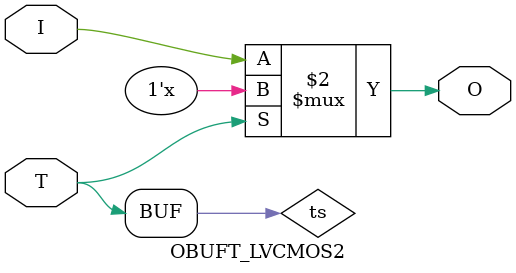
<source format=v>

/*

FUNCTION    : TRI-STATE OUTPUT BUFFER

*/

`celldefine
`timescale  100 ps / 10 ps

module OBUFT_LVCMOS2 (O, I, T);

    output O;

    input  I, T;

    or O1 (ts, 1'b0, T);
    bufif0 T1 (O, I, ts);

endmodule

</source>
